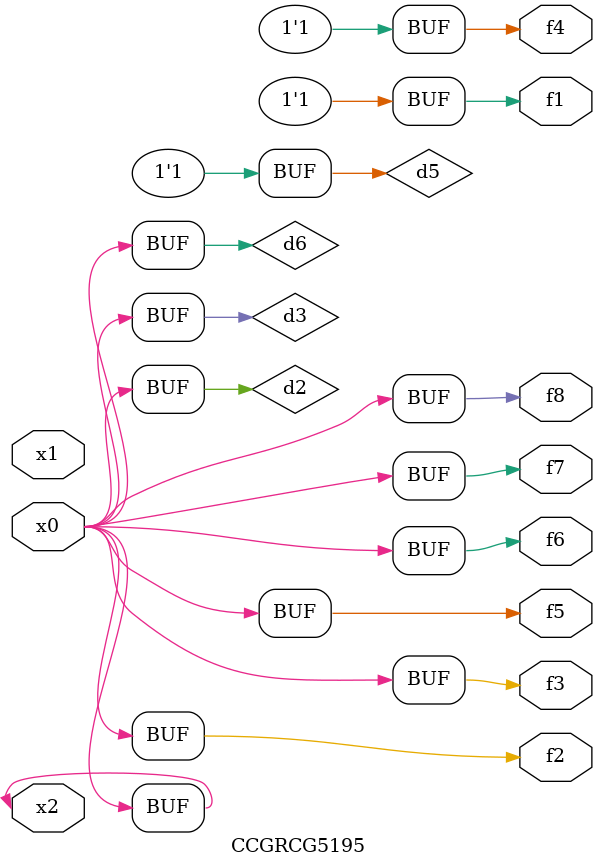
<source format=v>
module CCGRCG5195(
	input x0, x1, x2,
	output f1, f2, f3, f4, f5, f6, f7, f8
);

	wire d1, d2, d3, d4, d5, d6;

	xnor (d1, x2);
	buf (d2, x0, x2);
	and (d3, x0);
	xnor (d4, x1, x2);
	nand (d5, d1, d3);
	buf (d6, d2, d3);
	assign f1 = d5;
	assign f2 = d6;
	assign f3 = d6;
	assign f4 = d5;
	assign f5 = d6;
	assign f6 = d6;
	assign f7 = d6;
	assign f8 = d6;
endmodule

</source>
